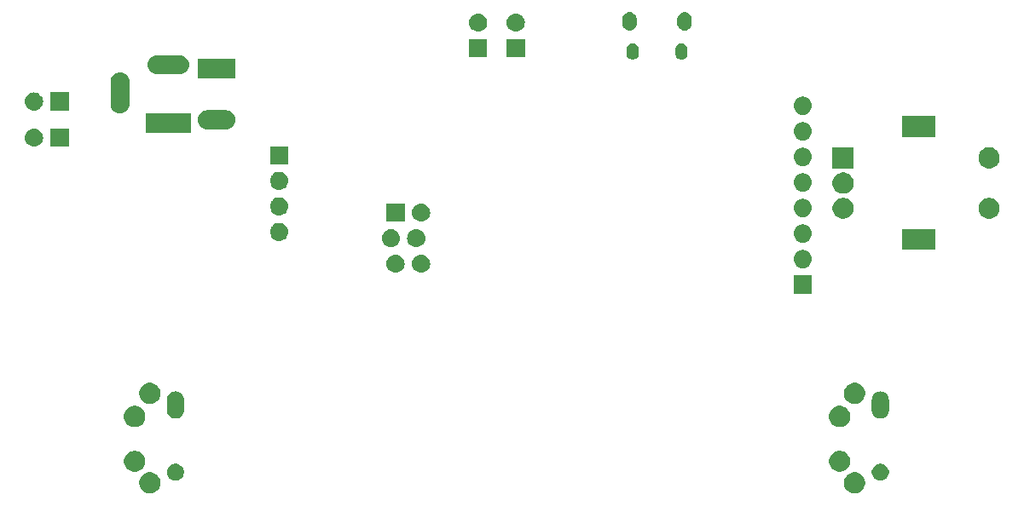
<source format=gbr>
G04 #@! TF.GenerationSoftware,KiCad,Pcbnew,(5.1.2)-1*
G04 #@! TF.CreationDate,2020-10-29T23:57:24+01:00*
G04 #@! TF.ProjectId,SolderingRT1,536f6c64-6572-4696-9e67-5254312e6b69,rev?*
G04 #@! TF.SameCoordinates,Original*
G04 #@! TF.FileFunction,Soldermask,Bot*
G04 #@! TF.FilePolarity,Negative*
%FSLAX46Y46*%
G04 Gerber Fmt 4.6, Leading zero omitted, Abs format (unit mm)*
G04 Created by KiCad (PCBNEW (5.1.2)-1) date 2020-10-29 23:57:24*
%MOMM*%
%LPD*%
G04 APERTURE LIST*
%ADD10C,0.100000*%
G04 APERTURE END LIST*
D10*
G36*
X183956564Y-146749389D02*
G01*
X184147833Y-146828615D01*
X184147835Y-146828616D01*
X184319973Y-146943635D01*
X184466365Y-147090027D01*
X184568232Y-147242481D01*
X184581385Y-147262167D01*
X184660611Y-147453436D01*
X184701000Y-147656484D01*
X184701000Y-147863516D01*
X184660611Y-148066564D01*
X184581385Y-148257833D01*
X184581384Y-148257835D01*
X184466365Y-148429973D01*
X184319973Y-148576365D01*
X184147835Y-148691384D01*
X184147834Y-148691385D01*
X184147833Y-148691385D01*
X183956564Y-148770611D01*
X183753516Y-148811000D01*
X183546484Y-148811000D01*
X183343436Y-148770611D01*
X183152167Y-148691385D01*
X183152166Y-148691385D01*
X183152165Y-148691384D01*
X182980027Y-148576365D01*
X182833635Y-148429973D01*
X182718616Y-148257835D01*
X182718615Y-148257833D01*
X182639389Y-148066564D01*
X182599000Y-147863516D01*
X182599000Y-147656484D01*
X182639389Y-147453436D01*
X182718615Y-147262167D01*
X182731769Y-147242481D01*
X182833635Y-147090027D01*
X182980027Y-146943635D01*
X183152165Y-146828616D01*
X183152167Y-146828615D01*
X183343436Y-146749389D01*
X183546484Y-146709000D01*
X183753516Y-146709000D01*
X183956564Y-146749389D01*
X183956564Y-146749389D01*
G37*
G36*
X113956564Y-146749389D02*
G01*
X114147833Y-146828615D01*
X114147835Y-146828616D01*
X114319973Y-146943635D01*
X114466365Y-147090027D01*
X114568232Y-147242481D01*
X114581385Y-147262167D01*
X114660611Y-147453436D01*
X114701000Y-147656484D01*
X114701000Y-147863516D01*
X114660611Y-148066564D01*
X114581385Y-148257833D01*
X114581384Y-148257835D01*
X114466365Y-148429973D01*
X114319973Y-148576365D01*
X114147835Y-148691384D01*
X114147834Y-148691385D01*
X114147833Y-148691385D01*
X113956564Y-148770611D01*
X113753516Y-148811000D01*
X113546484Y-148811000D01*
X113343436Y-148770611D01*
X113152167Y-148691385D01*
X113152166Y-148691385D01*
X113152165Y-148691384D01*
X112980027Y-148576365D01*
X112833635Y-148429973D01*
X112718616Y-148257835D01*
X112718615Y-148257833D01*
X112639389Y-148066564D01*
X112599000Y-147863516D01*
X112599000Y-147656484D01*
X112639389Y-147453436D01*
X112718615Y-147262167D01*
X112731769Y-147242481D01*
X112833635Y-147090027D01*
X112980027Y-146943635D01*
X113152165Y-146828616D01*
X113152167Y-146828615D01*
X113343436Y-146749389D01*
X113546484Y-146709000D01*
X113753516Y-146709000D01*
X113956564Y-146749389D01*
X113956564Y-146749389D01*
G37*
G36*
X186448228Y-145881703D02*
G01*
X186603100Y-145945853D01*
X186742481Y-146038985D01*
X186861015Y-146157519D01*
X186954147Y-146296900D01*
X187018297Y-146451772D01*
X187051000Y-146616184D01*
X187051000Y-146783816D01*
X187018297Y-146948228D01*
X186954147Y-147103100D01*
X186861015Y-147242481D01*
X186742481Y-147361015D01*
X186603100Y-147454147D01*
X186448228Y-147518297D01*
X186283816Y-147551000D01*
X186116184Y-147551000D01*
X185951772Y-147518297D01*
X185796900Y-147454147D01*
X185657519Y-147361015D01*
X185538985Y-147242481D01*
X185445853Y-147103100D01*
X185381703Y-146948228D01*
X185349000Y-146783816D01*
X185349000Y-146616184D01*
X185381703Y-146451772D01*
X185445853Y-146296900D01*
X185538985Y-146157519D01*
X185657519Y-146038985D01*
X185796900Y-145945853D01*
X185951772Y-145881703D01*
X186116184Y-145849000D01*
X186283816Y-145849000D01*
X186448228Y-145881703D01*
X186448228Y-145881703D01*
G37*
G36*
X116448228Y-145881703D02*
G01*
X116603100Y-145945853D01*
X116742481Y-146038985D01*
X116861015Y-146157519D01*
X116954147Y-146296900D01*
X117018297Y-146451772D01*
X117051000Y-146616184D01*
X117051000Y-146783816D01*
X117018297Y-146948228D01*
X116954147Y-147103100D01*
X116861015Y-147242481D01*
X116742481Y-147361015D01*
X116603100Y-147454147D01*
X116448228Y-147518297D01*
X116283816Y-147551000D01*
X116116184Y-147551000D01*
X115951772Y-147518297D01*
X115796900Y-147454147D01*
X115657519Y-147361015D01*
X115538985Y-147242481D01*
X115445853Y-147103100D01*
X115381703Y-146948228D01*
X115349000Y-146783816D01*
X115349000Y-146616184D01*
X115381703Y-146451772D01*
X115445853Y-146296900D01*
X115538985Y-146157519D01*
X115657519Y-146038985D01*
X115796900Y-145945853D01*
X115951772Y-145881703D01*
X116116184Y-145849000D01*
X116283816Y-145849000D01*
X116448228Y-145881703D01*
X116448228Y-145881703D01*
G37*
G36*
X182456564Y-144599389D02*
G01*
X182647833Y-144678615D01*
X182647835Y-144678616D01*
X182819973Y-144793635D01*
X182966365Y-144940027D01*
X183081385Y-145112167D01*
X183160611Y-145303436D01*
X183201000Y-145506484D01*
X183201000Y-145713516D01*
X183160611Y-145916564D01*
X183081385Y-146107833D01*
X183081384Y-146107835D01*
X182966365Y-146279973D01*
X182819973Y-146426365D01*
X182647835Y-146541384D01*
X182647834Y-146541385D01*
X182647833Y-146541385D01*
X182456564Y-146620611D01*
X182253516Y-146661000D01*
X182046484Y-146661000D01*
X181843436Y-146620611D01*
X181652167Y-146541385D01*
X181652166Y-146541385D01*
X181652165Y-146541384D01*
X181480027Y-146426365D01*
X181333635Y-146279973D01*
X181218616Y-146107835D01*
X181218615Y-146107833D01*
X181139389Y-145916564D01*
X181099000Y-145713516D01*
X181099000Y-145506484D01*
X181139389Y-145303436D01*
X181218615Y-145112167D01*
X181333635Y-144940027D01*
X181480027Y-144793635D01*
X181652165Y-144678616D01*
X181652167Y-144678615D01*
X181843436Y-144599389D01*
X182046484Y-144559000D01*
X182253516Y-144559000D01*
X182456564Y-144599389D01*
X182456564Y-144599389D01*
G37*
G36*
X112456564Y-144599389D02*
G01*
X112647833Y-144678615D01*
X112647835Y-144678616D01*
X112819973Y-144793635D01*
X112966365Y-144940027D01*
X113081385Y-145112167D01*
X113160611Y-145303436D01*
X113201000Y-145506484D01*
X113201000Y-145713516D01*
X113160611Y-145916564D01*
X113081385Y-146107833D01*
X113081384Y-146107835D01*
X112966365Y-146279973D01*
X112819973Y-146426365D01*
X112647835Y-146541384D01*
X112647834Y-146541385D01*
X112647833Y-146541385D01*
X112456564Y-146620611D01*
X112253516Y-146661000D01*
X112046484Y-146661000D01*
X111843436Y-146620611D01*
X111652167Y-146541385D01*
X111652166Y-146541385D01*
X111652165Y-146541384D01*
X111480027Y-146426365D01*
X111333635Y-146279973D01*
X111218616Y-146107835D01*
X111218615Y-146107833D01*
X111139389Y-145916564D01*
X111099000Y-145713516D01*
X111099000Y-145506484D01*
X111139389Y-145303436D01*
X111218615Y-145112167D01*
X111333635Y-144940027D01*
X111480027Y-144793635D01*
X111652165Y-144678616D01*
X111652167Y-144678615D01*
X111843436Y-144599389D01*
X112046484Y-144559000D01*
X112253516Y-144559000D01*
X112456564Y-144599389D01*
X112456564Y-144599389D01*
G37*
G36*
X182456564Y-140149389D02*
G01*
X182647833Y-140228615D01*
X182647835Y-140228616D01*
X182819973Y-140343635D01*
X182966365Y-140490027D01*
X183081385Y-140662167D01*
X183160611Y-140853436D01*
X183201000Y-141056484D01*
X183201000Y-141263516D01*
X183160611Y-141466564D01*
X183081385Y-141657833D01*
X183081384Y-141657835D01*
X182966365Y-141829973D01*
X182819973Y-141976365D01*
X182647835Y-142091384D01*
X182647834Y-142091385D01*
X182647833Y-142091385D01*
X182456564Y-142170611D01*
X182253516Y-142211000D01*
X182046484Y-142211000D01*
X181843436Y-142170611D01*
X181652167Y-142091385D01*
X181652166Y-142091385D01*
X181652165Y-142091384D01*
X181480027Y-141976365D01*
X181333635Y-141829973D01*
X181218616Y-141657835D01*
X181218615Y-141657833D01*
X181139389Y-141466564D01*
X181099000Y-141263516D01*
X181099000Y-141056484D01*
X181139389Y-140853436D01*
X181218615Y-140662167D01*
X181333635Y-140490027D01*
X181480027Y-140343635D01*
X181652165Y-140228616D01*
X181652167Y-140228615D01*
X181843436Y-140149389D01*
X182046484Y-140109000D01*
X182253516Y-140109000D01*
X182456564Y-140149389D01*
X182456564Y-140149389D01*
G37*
G36*
X112456564Y-140149389D02*
G01*
X112647833Y-140228615D01*
X112647835Y-140228616D01*
X112819973Y-140343635D01*
X112966365Y-140490027D01*
X113081385Y-140662167D01*
X113160611Y-140853436D01*
X113201000Y-141056484D01*
X113201000Y-141263516D01*
X113160611Y-141466564D01*
X113081385Y-141657833D01*
X113081384Y-141657835D01*
X112966365Y-141829973D01*
X112819973Y-141976365D01*
X112647835Y-142091384D01*
X112647834Y-142091385D01*
X112647833Y-142091385D01*
X112456564Y-142170611D01*
X112253516Y-142211000D01*
X112046484Y-142211000D01*
X111843436Y-142170611D01*
X111652167Y-142091385D01*
X111652166Y-142091385D01*
X111652165Y-142091384D01*
X111480027Y-141976365D01*
X111333635Y-141829973D01*
X111218616Y-141657835D01*
X111218615Y-141657833D01*
X111139389Y-141466564D01*
X111099000Y-141263516D01*
X111099000Y-141056484D01*
X111139389Y-140853436D01*
X111218615Y-140662167D01*
X111333635Y-140490027D01*
X111480027Y-140343635D01*
X111652165Y-140228616D01*
X111652167Y-140228615D01*
X111843436Y-140149389D01*
X112046484Y-140109000D01*
X112253516Y-140109000D01*
X112456564Y-140149389D01*
X112456564Y-140149389D01*
G37*
G36*
X116366822Y-138681313D02*
G01*
X116527241Y-138729976D01*
X116675077Y-138808995D01*
X116804659Y-138915341D01*
X116911004Y-139044922D01*
X116911005Y-139044924D01*
X116990024Y-139192758D01*
X117038687Y-139353177D01*
X117051000Y-139478196D01*
X117051000Y-140561803D01*
X117038687Y-140686823D01*
X116990024Y-140847242D01*
X116986713Y-140853436D01*
X116911004Y-140995078D01*
X116804659Y-141124659D01*
X116675078Y-141231004D01*
X116675076Y-141231005D01*
X116527242Y-141310024D01*
X116366823Y-141358687D01*
X116200000Y-141375117D01*
X116033178Y-141358687D01*
X115872759Y-141310024D01*
X115724925Y-141231005D01*
X115724923Y-141231004D01*
X115595342Y-141124659D01*
X115488997Y-140995078D01*
X115413288Y-140853436D01*
X115409977Y-140847242D01*
X115361314Y-140686823D01*
X115349001Y-140561804D01*
X115349000Y-139478197D01*
X115361313Y-139353178D01*
X115409976Y-139192759D01*
X115488995Y-139044923D01*
X115595341Y-138915341D01*
X115724922Y-138808996D01*
X115740094Y-138800886D01*
X115872758Y-138729976D01*
X116033177Y-138681313D01*
X116200000Y-138664883D01*
X116366822Y-138681313D01*
X116366822Y-138681313D01*
G37*
G36*
X186366822Y-138681313D02*
G01*
X186527241Y-138729976D01*
X186675077Y-138808995D01*
X186804659Y-138915341D01*
X186911004Y-139044922D01*
X186911005Y-139044924D01*
X186990024Y-139192758D01*
X187038687Y-139353177D01*
X187051000Y-139478196D01*
X187051000Y-140561803D01*
X187038687Y-140686823D01*
X186990024Y-140847242D01*
X186986713Y-140853436D01*
X186911004Y-140995078D01*
X186804659Y-141124659D01*
X186675078Y-141231004D01*
X186675076Y-141231005D01*
X186527242Y-141310024D01*
X186366823Y-141358687D01*
X186200000Y-141375117D01*
X186033178Y-141358687D01*
X185872759Y-141310024D01*
X185724925Y-141231005D01*
X185724923Y-141231004D01*
X185595342Y-141124659D01*
X185488997Y-140995078D01*
X185413288Y-140853436D01*
X185409977Y-140847242D01*
X185361314Y-140686823D01*
X185349001Y-140561804D01*
X185349000Y-139478197D01*
X185361313Y-139353178D01*
X185409976Y-139192759D01*
X185488995Y-139044923D01*
X185595341Y-138915341D01*
X185724922Y-138808996D01*
X185740094Y-138800886D01*
X185872758Y-138729976D01*
X186033177Y-138681313D01*
X186200000Y-138664883D01*
X186366822Y-138681313D01*
X186366822Y-138681313D01*
G37*
G36*
X183956564Y-137849389D02*
G01*
X184147833Y-137928615D01*
X184147835Y-137928616D01*
X184319973Y-138043635D01*
X184466365Y-138190027D01*
X184581385Y-138362167D01*
X184660611Y-138553436D01*
X184701000Y-138756484D01*
X184701000Y-138963516D01*
X184660611Y-139166564D01*
X184583313Y-139353178D01*
X184581384Y-139357835D01*
X184466365Y-139529973D01*
X184319973Y-139676365D01*
X184147835Y-139791384D01*
X184147834Y-139791385D01*
X184147833Y-139791385D01*
X183956564Y-139870611D01*
X183753516Y-139911000D01*
X183546484Y-139911000D01*
X183343436Y-139870611D01*
X183152167Y-139791385D01*
X183152166Y-139791385D01*
X183152165Y-139791384D01*
X182980027Y-139676365D01*
X182833635Y-139529973D01*
X182718616Y-139357835D01*
X182716687Y-139353178D01*
X182639389Y-139166564D01*
X182599000Y-138963516D01*
X182599000Y-138756484D01*
X182639389Y-138553436D01*
X182718615Y-138362167D01*
X182833635Y-138190027D01*
X182980027Y-138043635D01*
X183152165Y-137928616D01*
X183152167Y-137928615D01*
X183343436Y-137849389D01*
X183546484Y-137809000D01*
X183753516Y-137809000D01*
X183956564Y-137849389D01*
X183956564Y-137849389D01*
G37*
G36*
X113956564Y-137849389D02*
G01*
X114147833Y-137928615D01*
X114147835Y-137928616D01*
X114319973Y-138043635D01*
X114466365Y-138190027D01*
X114581385Y-138362167D01*
X114660611Y-138553436D01*
X114701000Y-138756484D01*
X114701000Y-138963516D01*
X114660611Y-139166564D01*
X114583313Y-139353178D01*
X114581384Y-139357835D01*
X114466365Y-139529973D01*
X114319973Y-139676365D01*
X114147835Y-139791384D01*
X114147834Y-139791385D01*
X114147833Y-139791385D01*
X113956564Y-139870611D01*
X113753516Y-139911000D01*
X113546484Y-139911000D01*
X113343436Y-139870611D01*
X113152167Y-139791385D01*
X113152166Y-139791385D01*
X113152165Y-139791384D01*
X112980027Y-139676365D01*
X112833635Y-139529973D01*
X112718616Y-139357835D01*
X112716687Y-139353178D01*
X112639389Y-139166564D01*
X112599000Y-138963516D01*
X112599000Y-138756484D01*
X112639389Y-138553436D01*
X112718615Y-138362167D01*
X112833635Y-138190027D01*
X112980027Y-138043635D01*
X113152165Y-137928616D01*
X113152167Y-137928615D01*
X113343436Y-137849389D01*
X113546484Y-137809000D01*
X113753516Y-137809000D01*
X113956564Y-137849389D01*
X113956564Y-137849389D01*
G37*
G36*
X179401000Y-128951000D02*
G01*
X177599000Y-128951000D01*
X177599000Y-127149000D01*
X179401000Y-127149000D01*
X179401000Y-128951000D01*
X179401000Y-128951000D01*
G37*
G36*
X140710443Y-125085519D02*
G01*
X140776627Y-125092037D01*
X140946466Y-125143557D01*
X141102991Y-125227222D01*
X141138729Y-125256552D01*
X141240186Y-125339814D01*
X141323448Y-125441271D01*
X141352778Y-125477009D01*
X141436443Y-125633534D01*
X141487963Y-125803373D01*
X141505359Y-125980000D01*
X141487963Y-126156627D01*
X141436443Y-126326466D01*
X141352778Y-126482991D01*
X141323448Y-126518729D01*
X141240186Y-126620186D01*
X141138729Y-126703448D01*
X141102991Y-126732778D01*
X140946466Y-126816443D01*
X140776627Y-126867963D01*
X140710443Y-126874481D01*
X140644260Y-126881000D01*
X140555740Y-126881000D01*
X140489557Y-126874481D01*
X140423373Y-126867963D01*
X140253534Y-126816443D01*
X140097009Y-126732778D01*
X140061271Y-126703448D01*
X139959814Y-126620186D01*
X139876552Y-126518729D01*
X139847222Y-126482991D01*
X139763557Y-126326466D01*
X139712037Y-126156627D01*
X139694641Y-125980000D01*
X139712037Y-125803373D01*
X139763557Y-125633534D01*
X139847222Y-125477009D01*
X139876552Y-125441271D01*
X139959814Y-125339814D01*
X140061271Y-125256552D01*
X140097009Y-125227222D01*
X140253534Y-125143557D01*
X140423373Y-125092037D01*
X140489557Y-125085519D01*
X140555740Y-125079000D01*
X140644260Y-125079000D01*
X140710443Y-125085519D01*
X140710443Y-125085519D01*
G37*
G36*
X138170443Y-125085519D02*
G01*
X138236627Y-125092037D01*
X138406466Y-125143557D01*
X138562991Y-125227222D01*
X138598729Y-125256552D01*
X138700186Y-125339814D01*
X138783448Y-125441271D01*
X138812778Y-125477009D01*
X138896443Y-125633534D01*
X138947963Y-125803373D01*
X138965359Y-125980000D01*
X138947963Y-126156627D01*
X138896443Y-126326466D01*
X138812778Y-126482991D01*
X138783448Y-126518729D01*
X138700186Y-126620186D01*
X138598729Y-126703448D01*
X138562991Y-126732778D01*
X138406466Y-126816443D01*
X138236627Y-126867963D01*
X138170443Y-126874481D01*
X138104260Y-126881000D01*
X138015740Y-126881000D01*
X137949557Y-126874481D01*
X137883373Y-126867963D01*
X137713534Y-126816443D01*
X137557009Y-126732778D01*
X137521271Y-126703448D01*
X137419814Y-126620186D01*
X137336552Y-126518729D01*
X137307222Y-126482991D01*
X137223557Y-126326466D01*
X137172037Y-126156627D01*
X137154641Y-125980000D01*
X137172037Y-125803373D01*
X137223557Y-125633534D01*
X137307222Y-125477009D01*
X137336552Y-125441271D01*
X137419814Y-125339814D01*
X137521271Y-125256552D01*
X137557009Y-125227222D01*
X137713534Y-125143557D01*
X137883373Y-125092037D01*
X137949557Y-125085519D01*
X138015740Y-125079000D01*
X138104260Y-125079000D01*
X138170443Y-125085519D01*
X138170443Y-125085519D01*
G37*
G36*
X178601269Y-124614615D02*
G01*
X178676627Y-124622037D01*
X178846466Y-124673557D01*
X179002991Y-124757222D01*
X179038729Y-124786552D01*
X179140186Y-124869814D01*
X179223448Y-124971271D01*
X179252778Y-125007009D01*
X179336443Y-125163534D01*
X179387963Y-125333373D01*
X179405359Y-125510000D01*
X179387963Y-125686627D01*
X179336443Y-125856466D01*
X179252778Y-126012991D01*
X179223448Y-126048729D01*
X179140186Y-126150186D01*
X179038729Y-126233448D01*
X179002991Y-126262778D01*
X178846466Y-126346443D01*
X178676627Y-126397963D01*
X178610443Y-126404481D01*
X178544260Y-126411000D01*
X178455740Y-126411000D01*
X178389557Y-126404481D01*
X178323373Y-126397963D01*
X178153534Y-126346443D01*
X177997009Y-126262778D01*
X177961271Y-126233448D01*
X177859814Y-126150186D01*
X177776552Y-126048729D01*
X177747222Y-126012991D01*
X177663557Y-125856466D01*
X177612037Y-125686627D01*
X177594641Y-125510000D01*
X177612037Y-125333373D01*
X177663557Y-125163534D01*
X177747222Y-125007009D01*
X177776552Y-124971271D01*
X177859814Y-124869814D01*
X177961271Y-124786552D01*
X177997009Y-124757222D01*
X178153534Y-124673557D01*
X178323373Y-124622037D01*
X178398731Y-124614615D01*
X178455740Y-124609000D01*
X178544260Y-124609000D01*
X178601269Y-124614615D01*
X178601269Y-124614615D01*
G37*
G36*
X191651000Y-124614615D02*
G01*
X188349000Y-124614615D01*
X188349000Y-122512615D01*
X191651000Y-122512615D01*
X191651000Y-124614615D01*
X191651000Y-124614615D01*
G37*
G36*
X140210443Y-122545519D02*
G01*
X140276627Y-122552037D01*
X140446466Y-122603557D01*
X140602991Y-122687222D01*
X140638729Y-122716552D01*
X140740186Y-122799814D01*
X140823448Y-122901271D01*
X140852778Y-122937009D01*
X140936443Y-123093534D01*
X140987963Y-123263373D01*
X141005359Y-123440000D01*
X140987963Y-123616627D01*
X140936443Y-123786466D01*
X140852778Y-123942991D01*
X140823448Y-123978729D01*
X140740186Y-124080186D01*
X140638729Y-124163448D01*
X140602991Y-124192778D01*
X140446466Y-124276443D01*
X140276627Y-124327963D01*
X140210442Y-124334482D01*
X140144260Y-124341000D01*
X140055740Y-124341000D01*
X139989558Y-124334482D01*
X139923373Y-124327963D01*
X139753534Y-124276443D01*
X139597009Y-124192778D01*
X139561271Y-124163448D01*
X139459814Y-124080186D01*
X139376552Y-123978729D01*
X139347222Y-123942991D01*
X139263557Y-123786466D01*
X139212037Y-123616627D01*
X139194641Y-123440000D01*
X139212037Y-123263373D01*
X139263557Y-123093534D01*
X139347222Y-122937009D01*
X139376552Y-122901271D01*
X139459814Y-122799814D01*
X139561271Y-122716552D01*
X139597009Y-122687222D01*
X139753534Y-122603557D01*
X139923373Y-122552037D01*
X139989557Y-122545519D01*
X140055740Y-122539000D01*
X140144260Y-122539000D01*
X140210443Y-122545519D01*
X140210443Y-122545519D01*
G37*
G36*
X137710443Y-122545519D02*
G01*
X137776627Y-122552037D01*
X137946466Y-122603557D01*
X138102991Y-122687222D01*
X138138729Y-122716552D01*
X138240186Y-122799814D01*
X138323448Y-122901271D01*
X138352778Y-122937009D01*
X138436443Y-123093534D01*
X138487963Y-123263373D01*
X138505359Y-123440000D01*
X138487963Y-123616627D01*
X138436443Y-123786466D01*
X138352778Y-123942991D01*
X138323448Y-123978729D01*
X138240186Y-124080186D01*
X138138729Y-124163448D01*
X138102991Y-124192778D01*
X137946466Y-124276443D01*
X137776627Y-124327963D01*
X137710442Y-124334482D01*
X137644260Y-124341000D01*
X137555740Y-124341000D01*
X137489558Y-124334482D01*
X137423373Y-124327963D01*
X137253534Y-124276443D01*
X137097009Y-124192778D01*
X137061271Y-124163448D01*
X136959814Y-124080186D01*
X136876552Y-123978729D01*
X136847222Y-123942991D01*
X136763557Y-123786466D01*
X136712037Y-123616627D01*
X136694641Y-123440000D01*
X136712037Y-123263373D01*
X136763557Y-123093534D01*
X136847222Y-122937009D01*
X136876552Y-122901271D01*
X136959814Y-122799814D01*
X137061271Y-122716552D01*
X137097009Y-122687222D01*
X137253534Y-122603557D01*
X137423373Y-122552037D01*
X137489557Y-122545519D01*
X137555740Y-122539000D01*
X137644260Y-122539000D01*
X137710443Y-122545519D01*
X137710443Y-122545519D01*
G37*
G36*
X178610442Y-122075518D02*
G01*
X178676627Y-122082037D01*
X178846466Y-122133557D01*
X179002991Y-122217222D01*
X179038729Y-122246552D01*
X179140186Y-122329814D01*
X179223448Y-122431271D01*
X179252778Y-122467009D01*
X179336443Y-122623534D01*
X179387963Y-122793373D01*
X179405359Y-122970000D01*
X179387963Y-123146627D01*
X179336443Y-123316466D01*
X179252778Y-123472991D01*
X179223448Y-123508729D01*
X179140186Y-123610186D01*
X179038729Y-123693448D01*
X179002991Y-123722778D01*
X178846466Y-123806443D01*
X178676627Y-123857963D01*
X178610442Y-123864482D01*
X178544260Y-123871000D01*
X178455740Y-123871000D01*
X178389558Y-123864482D01*
X178323373Y-123857963D01*
X178153534Y-123806443D01*
X177997009Y-123722778D01*
X177961271Y-123693448D01*
X177859814Y-123610186D01*
X177776552Y-123508729D01*
X177747222Y-123472991D01*
X177663557Y-123316466D01*
X177612037Y-123146627D01*
X177594641Y-122970000D01*
X177612037Y-122793373D01*
X177663557Y-122623534D01*
X177747222Y-122467009D01*
X177776552Y-122431271D01*
X177859814Y-122329814D01*
X177961271Y-122246552D01*
X177997009Y-122217222D01*
X178153534Y-122133557D01*
X178323373Y-122082037D01*
X178389558Y-122075518D01*
X178455740Y-122069000D01*
X178544260Y-122069000D01*
X178610442Y-122075518D01*
X178610442Y-122075518D01*
G37*
G36*
X126610443Y-121925519D02*
G01*
X126676627Y-121932037D01*
X126846466Y-121983557D01*
X127002991Y-122067222D01*
X127005157Y-122069000D01*
X127140186Y-122179814D01*
X127223448Y-122281271D01*
X127252778Y-122317009D01*
X127336443Y-122473534D01*
X127387963Y-122643373D01*
X127405359Y-122820000D01*
X127387963Y-122996627D01*
X127336443Y-123166466D01*
X127252778Y-123322991D01*
X127223448Y-123358729D01*
X127140186Y-123460186D01*
X127038729Y-123543448D01*
X127002991Y-123572778D01*
X126846466Y-123656443D01*
X126676627Y-123707963D01*
X126610443Y-123714481D01*
X126544260Y-123721000D01*
X126455740Y-123721000D01*
X126389557Y-123714481D01*
X126323373Y-123707963D01*
X126153534Y-123656443D01*
X125997009Y-123572778D01*
X125961271Y-123543448D01*
X125859814Y-123460186D01*
X125776552Y-123358729D01*
X125747222Y-123322991D01*
X125663557Y-123166466D01*
X125612037Y-122996627D01*
X125594641Y-122820000D01*
X125612037Y-122643373D01*
X125663557Y-122473534D01*
X125747222Y-122317009D01*
X125776552Y-122281271D01*
X125859814Y-122179814D01*
X125994843Y-122069000D01*
X125997009Y-122067222D01*
X126153534Y-121983557D01*
X126323373Y-121932037D01*
X126389557Y-121925519D01*
X126455740Y-121919000D01*
X126544260Y-121919000D01*
X126610443Y-121925519D01*
X126610443Y-121925519D01*
G37*
G36*
X138961000Y-121801000D02*
G01*
X137159000Y-121801000D01*
X137159000Y-119999000D01*
X138961000Y-119999000D01*
X138961000Y-121801000D01*
X138961000Y-121801000D01*
G37*
G36*
X140710442Y-120005518D02*
G01*
X140776627Y-120012037D01*
X140946466Y-120063557D01*
X141102991Y-120147222D01*
X141138729Y-120176552D01*
X141240186Y-120259814D01*
X141322487Y-120360099D01*
X141352778Y-120397009D01*
X141436443Y-120553534D01*
X141487963Y-120723373D01*
X141505359Y-120900000D01*
X141487963Y-121076627D01*
X141436443Y-121246466D01*
X141352778Y-121402991D01*
X141323448Y-121438729D01*
X141240186Y-121540186D01*
X141138729Y-121623448D01*
X141102991Y-121652778D01*
X140946466Y-121736443D01*
X140776627Y-121787963D01*
X140710443Y-121794481D01*
X140644260Y-121801000D01*
X140555740Y-121801000D01*
X140489557Y-121794481D01*
X140423373Y-121787963D01*
X140253534Y-121736443D01*
X140097009Y-121652778D01*
X140061271Y-121623448D01*
X139959814Y-121540186D01*
X139876552Y-121438729D01*
X139847222Y-121402991D01*
X139763557Y-121246466D01*
X139712037Y-121076627D01*
X139694641Y-120900000D01*
X139712037Y-120723373D01*
X139763557Y-120553534D01*
X139847222Y-120397009D01*
X139877513Y-120360099D01*
X139959814Y-120259814D01*
X140061271Y-120176552D01*
X140097009Y-120147222D01*
X140253534Y-120063557D01*
X140423373Y-120012037D01*
X140489558Y-120005518D01*
X140555740Y-119999000D01*
X140644260Y-119999000D01*
X140710442Y-120005518D01*
X140710442Y-120005518D01*
G37*
G36*
X182806564Y-119453004D02*
G01*
X182990035Y-119529000D01*
X182997835Y-119532231D01*
X183169973Y-119647250D01*
X183316365Y-119793642D01*
X183409837Y-119933532D01*
X183431385Y-119965782D01*
X183510611Y-120157051D01*
X183551000Y-120360099D01*
X183551000Y-120567131D01*
X183510611Y-120770179D01*
X183448476Y-120920186D01*
X183431384Y-120961450D01*
X183316365Y-121133588D01*
X183169973Y-121279980D01*
X182997835Y-121394999D01*
X182997834Y-121395000D01*
X182997833Y-121395000D01*
X182806564Y-121474226D01*
X182603516Y-121514615D01*
X182396484Y-121514615D01*
X182193436Y-121474226D01*
X182002167Y-121395000D01*
X182002166Y-121395000D01*
X182002165Y-121394999D01*
X181830027Y-121279980D01*
X181683635Y-121133588D01*
X181568616Y-120961450D01*
X181551524Y-120920186D01*
X181489389Y-120770179D01*
X181449000Y-120567131D01*
X181449000Y-120360099D01*
X181489389Y-120157051D01*
X181568615Y-119965782D01*
X181590164Y-119933532D01*
X181683635Y-119793642D01*
X181830027Y-119647250D01*
X182002165Y-119532231D01*
X182009965Y-119529000D01*
X182193436Y-119453004D01*
X182396484Y-119412615D01*
X182603516Y-119412615D01*
X182806564Y-119453004D01*
X182806564Y-119453004D01*
G37*
G36*
X197306564Y-119453004D02*
G01*
X197490035Y-119529000D01*
X197497835Y-119532231D01*
X197669973Y-119647250D01*
X197816365Y-119793642D01*
X197909837Y-119933532D01*
X197931385Y-119965782D01*
X198010611Y-120157051D01*
X198051000Y-120360099D01*
X198051000Y-120567131D01*
X198010611Y-120770179D01*
X197948476Y-120920186D01*
X197931384Y-120961450D01*
X197816365Y-121133588D01*
X197669973Y-121279980D01*
X197497835Y-121394999D01*
X197497834Y-121395000D01*
X197497833Y-121395000D01*
X197306564Y-121474226D01*
X197103516Y-121514615D01*
X196896484Y-121514615D01*
X196693436Y-121474226D01*
X196502167Y-121395000D01*
X196502166Y-121395000D01*
X196502165Y-121394999D01*
X196330027Y-121279980D01*
X196183635Y-121133588D01*
X196068616Y-120961450D01*
X196051524Y-120920186D01*
X195989389Y-120770179D01*
X195949000Y-120567131D01*
X195949000Y-120360099D01*
X195989389Y-120157051D01*
X196068615Y-119965782D01*
X196090164Y-119933532D01*
X196183635Y-119793642D01*
X196330027Y-119647250D01*
X196502165Y-119532231D01*
X196509965Y-119529000D01*
X196693436Y-119453004D01*
X196896484Y-119412615D01*
X197103516Y-119412615D01*
X197306564Y-119453004D01*
X197306564Y-119453004D01*
G37*
G36*
X178610443Y-119535519D02*
G01*
X178676627Y-119542037D01*
X178846466Y-119593557D01*
X179002991Y-119677222D01*
X179038729Y-119706552D01*
X179140186Y-119789814D01*
X179223448Y-119891271D01*
X179252778Y-119927009D01*
X179336443Y-120083534D01*
X179387963Y-120253373D01*
X179405359Y-120430000D01*
X179387963Y-120606627D01*
X179336443Y-120776466D01*
X179252778Y-120932991D01*
X179229424Y-120961448D01*
X179140186Y-121070186D01*
X179062929Y-121133588D01*
X179002991Y-121182778D01*
X178846466Y-121266443D01*
X178676627Y-121317963D01*
X178610443Y-121324481D01*
X178544260Y-121331000D01*
X178455740Y-121331000D01*
X178389557Y-121324481D01*
X178323373Y-121317963D01*
X178153534Y-121266443D01*
X177997009Y-121182778D01*
X177937071Y-121133588D01*
X177859814Y-121070186D01*
X177770576Y-120961448D01*
X177747222Y-120932991D01*
X177663557Y-120776466D01*
X177612037Y-120606627D01*
X177594641Y-120430000D01*
X177612037Y-120253373D01*
X177663557Y-120083534D01*
X177747222Y-119927009D01*
X177776552Y-119891271D01*
X177859814Y-119789814D01*
X177961271Y-119706552D01*
X177997009Y-119677222D01*
X178153534Y-119593557D01*
X178323373Y-119542037D01*
X178389557Y-119535519D01*
X178455740Y-119529000D01*
X178544260Y-119529000D01*
X178610443Y-119535519D01*
X178610443Y-119535519D01*
G37*
G36*
X126610443Y-119385519D02*
G01*
X126676627Y-119392037D01*
X126846466Y-119443557D01*
X127002991Y-119527222D01*
X127005157Y-119529000D01*
X127140186Y-119639814D01*
X127223448Y-119741271D01*
X127252778Y-119777009D01*
X127336443Y-119933534D01*
X127387963Y-120103373D01*
X127405359Y-120280000D01*
X127387963Y-120456627D01*
X127336443Y-120626466D01*
X127252778Y-120782991D01*
X127223448Y-120818729D01*
X127140186Y-120920186D01*
X127038729Y-121003448D01*
X127002991Y-121032778D01*
X126846466Y-121116443D01*
X126676627Y-121167963D01*
X126610443Y-121174481D01*
X126544260Y-121181000D01*
X126455740Y-121181000D01*
X126389557Y-121174481D01*
X126323373Y-121167963D01*
X126153534Y-121116443D01*
X125997009Y-121032778D01*
X125961271Y-121003448D01*
X125859814Y-120920186D01*
X125776552Y-120818729D01*
X125747222Y-120782991D01*
X125663557Y-120626466D01*
X125612037Y-120456627D01*
X125594641Y-120280000D01*
X125612037Y-120103373D01*
X125663557Y-119933534D01*
X125747222Y-119777009D01*
X125776552Y-119741271D01*
X125859814Y-119639814D01*
X125994843Y-119529000D01*
X125997009Y-119527222D01*
X126153534Y-119443557D01*
X126323373Y-119392037D01*
X126389557Y-119385519D01*
X126455740Y-119379000D01*
X126544260Y-119379000D01*
X126610443Y-119385519D01*
X126610443Y-119385519D01*
G37*
G36*
X182806564Y-116953004D02*
G01*
X182924940Y-117002037D01*
X182997835Y-117032231D01*
X183154964Y-117137221D01*
X183169973Y-117147250D01*
X183316365Y-117293642D01*
X183431385Y-117465782D01*
X183510611Y-117657051D01*
X183551000Y-117860099D01*
X183551000Y-118067131D01*
X183510611Y-118270179D01*
X183431385Y-118461448D01*
X183431384Y-118461450D01*
X183316365Y-118633588D01*
X183169973Y-118779980D01*
X182997835Y-118894999D01*
X182997834Y-118895000D01*
X182997833Y-118895000D01*
X182806564Y-118974226D01*
X182603516Y-119014615D01*
X182396484Y-119014615D01*
X182193436Y-118974226D01*
X182002167Y-118895000D01*
X182002166Y-118895000D01*
X182002165Y-118894999D01*
X181830027Y-118779980D01*
X181683635Y-118633588D01*
X181568616Y-118461450D01*
X181568615Y-118461448D01*
X181489389Y-118270179D01*
X181449000Y-118067131D01*
X181449000Y-117860099D01*
X181489389Y-117657051D01*
X181568615Y-117465782D01*
X181683635Y-117293642D01*
X181830027Y-117147250D01*
X181845036Y-117137221D01*
X182002165Y-117032231D01*
X182075060Y-117002037D01*
X182193436Y-116953004D01*
X182396484Y-116912615D01*
X182603516Y-116912615D01*
X182806564Y-116953004D01*
X182806564Y-116953004D01*
G37*
G36*
X178610442Y-116995518D02*
G01*
X178676627Y-117002037D01*
X178846466Y-117053557D01*
X179002991Y-117137222D01*
X179015210Y-117147250D01*
X179140186Y-117249814D01*
X179223448Y-117351271D01*
X179252778Y-117387009D01*
X179336443Y-117543534D01*
X179387963Y-117713373D01*
X179405359Y-117890000D01*
X179387963Y-118066627D01*
X179336443Y-118236466D01*
X179252778Y-118392991D01*
X179223448Y-118428729D01*
X179140186Y-118530186D01*
X179038729Y-118613448D01*
X179002991Y-118642778D01*
X178846466Y-118726443D01*
X178676627Y-118777963D01*
X178610442Y-118784482D01*
X178544260Y-118791000D01*
X178455740Y-118791000D01*
X178389558Y-118784482D01*
X178323373Y-118777963D01*
X178153534Y-118726443D01*
X177997009Y-118642778D01*
X177961271Y-118613448D01*
X177859814Y-118530186D01*
X177776552Y-118428729D01*
X177747222Y-118392991D01*
X177663557Y-118236466D01*
X177612037Y-118066627D01*
X177594641Y-117890000D01*
X177612037Y-117713373D01*
X177663557Y-117543534D01*
X177747222Y-117387009D01*
X177776552Y-117351271D01*
X177859814Y-117249814D01*
X177984790Y-117147250D01*
X177997009Y-117137222D01*
X178153534Y-117053557D01*
X178323373Y-117002037D01*
X178389558Y-116995518D01*
X178455740Y-116989000D01*
X178544260Y-116989000D01*
X178610442Y-116995518D01*
X178610442Y-116995518D01*
G37*
G36*
X126610443Y-116845519D02*
G01*
X126676627Y-116852037D01*
X126846466Y-116903557D01*
X127002991Y-116987222D01*
X127005157Y-116989000D01*
X127140186Y-117099814D01*
X127223448Y-117201271D01*
X127252778Y-117237009D01*
X127336443Y-117393534D01*
X127387963Y-117563373D01*
X127405359Y-117740000D01*
X127387963Y-117916627D01*
X127336443Y-118086466D01*
X127252778Y-118242991D01*
X127230465Y-118270179D01*
X127140186Y-118380186D01*
X127041166Y-118461448D01*
X127002991Y-118492778D01*
X126846466Y-118576443D01*
X126676627Y-118627963D01*
X126610443Y-118634481D01*
X126544260Y-118641000D01*
X126455740Y-118641000D01*
X126389557Y-118634481D01*
X126323373Y-118627963D01*
X126153534Y-118576443D01*
X125997009Y-118492778D01*
X125958834Y-118461448D01*
X125859814Y-118380186D01*
X125769535Y-118270179D01*
X125747222Y-118242991D01*
X125663557Y-118086466D01*
X125612037Y-117916627D01*
X125594641Y-117740000D01*
X125612037Y-117563373D01*
X125663557Y-117393534D01*
X125747222Y-117237009D01*
X125776552Y-117201271D01*
X125859814Y-117099814D01*
X125994843Y-116989000D01*
X125997009Y-116987222D01*
X126153534Y-116903557D01*
X126323373Y-116852037D01*
X126389557Y-116845519D01*
X126455740Y-116839000D01*
X126544260Y-116839000D01*
X126610443Y-116845519D01*
X126610443Y-116845519D01*
G37*
G36*
X183551000Y-116514615D02*
G01*
X181449000Y-116514615D01*
X181449000Y-114412615D01*
X183551000Y-114412615D01*
X183551000Y-116514615D01*
X183551000Y-116514615D01*
G37*
G36*
X197306564Y-114453004D02*
G01*
X197497833Y-114532230D01*
X197497835Y-114532231D01*
X197595099Y-114597221D01*
X197669973Y-114647250D01*
X197816365Y-114793642D01*
X197931385Y-114965782D01*
X198010611Y-115157051D01*
X198051000Y-115360099D01*
X198051000Y-115567131D01*
X198010611Y-115770179D01*
X197976310Y-115852989D01*
X197931384Y-115961450D01*
X197816365Y-116133588D01*
X197669973Y-116279980D01*
X197497835Y-116394999D01*
X197497834Y-116395000D01*
X197497833Y-116395000D01*
X197306564Y-116474226D01*
X197103516Y-116514615D01*
X196896484Y-116514615D01*
X196693436Y-116474226D01*
X196502167Y-116395000D01*
X196502166Y-116395000D01*
X196502165Y-116394999D01*
X196330027Y-116279980D01*
X196183635Y-116133588D01*
X196068616Y-115961450D01*
X196023690Y-115852989D01*
X195989389Y-115770179D01*
X195949000Y-115567131D01*
X195949000Y-115360099D01*
X195989389Y-115157051D01*
X196068615Y-114965782D01*
X196183635Y-114793642D01*
X196330027Y-114647250D01*
X196404901Y-114597221D01*
X196502165Y-114532231D01*
X196502167Y-114532230D01*
X196693436Y-114453004D01*
X196896484Y-114412615D01*
X197103516Y-114412615D01*
X197306564Y-114453004D01*
X197306564Y-114453004D01*
G37*
G36*
X178610442Y-114455518D02*
G01*
X178676627Y-114462037D01*
X178846466Y-114513557D01*
X178846468Y-114513558D01*
X178881402Y-114532231D01*
X179002991Y-114597222D01*
X179038729Y-114626552D01*
X179140186Y-114709814D01*
X179208981Y-114793642D01*
X179252778Y-114847009D01*
X179336443Y-115003534D01*
X179387963Y-115173373D01*
X179405359Y-115350000D01*
X179387963Y-115526627D01*
X179336443Y-115696466D01*
X179252778Y-115852991D01*
X179223448Y-115888729D01*
X179140186Y-115990186D01*
X179038729Y-116073448D01*
X179002991Y-116102778D01*
X178846466Y-116186443D01*
X178676627Y-116237963D01*
X178610442Y-116244482D01*
X178544260Y-116251000D01*
X178455740Y-116251000D01*
X178389558Y-116244482D01*
X178323373Y-116237963D01*
X178153534Y-116186443D01*
X177997009Y-116102778D01*
X177961271Y-116073448D01*
X177859814Y-115990186D01*
X177776552Y-115888729D01*
X177747222Y-115852991D01*
X177663557Y-115696466D01*
X177612037Y-115526627D01*
X177594641Y-115350000D01*
X177612037Y-115173373D01*
X177663557Y-115003534D01*
X177747222Y-114847009D01*
X177791019Y-114793642D01*
X177859814Y-114709814D01*
X177961271Y-114626552D01*
X177997009Y-114597222D01*
X178118598Y-114532231D01*
X178153532Y-114513558D01*
X178153534Y-114513557D01*
X178323373Y-114462037D01*
X178389558Y-114455518D01*
X178455740Y-114449000D01*
X178544260Y-114449000D01*
X178610442Y-114455518D01*
X178610442Y-114455518D01*
G37*
G36*
X127401000Y-116101000D02*
G01*
X125599000Y-116101000D01*
X125599000Y-114299000D01*
X127401000Y-114299000D01*
X127401000Y-116101000D01*
X127401000Y-116101000D01*
G37*
G36*
X105601000Y-114351000D02*
G01*
X103799000Y-114351000D01*
X103799000Y-112549000D01*
X105601000Y-112549000D01*
X105601000Y-114351000D01*
X105601000Y-114351000D01*
G37*
G36*
X102270443Y-112555519D02*
G01*
X102336627Y-112562037D01*
X102506466Y-112613557D01*
X102506468Y-112613558D01*
X102513356Y-112617240D01*
X102662991Y-112697222D01*
X102698729Y-112726552D01*
X102800186Y-112809814D01*
X102883448Y-112911271D01*
X102912778Y-112947009D01*
X102996443Y-113103534D01*
X103047963Y-113273373D01*
X103065359Y-113450000D01*
X103047963Y-113626627D01*
X102996443Y-113796466D01*
X102912778Y-113952991D01*
X102883448Y-113988729D01*
X102800186Y-114090186D01*
X102698729Y-114173448D01*
X102662991Y-114202778D01*
X102506466Y-114286443D01*
X102336627Y-114337963D01*
X102270442Y-114344482D01*
X102204260Y-114351000D01*
X102115740Y-114351000D01*
X102049558Y-114344482D01*
X101983373Y-114337963D01*
X101813534Y-114286443D01*
X101657009Y-114202778D01*
X101621271Y-114173448D01*
X101519814Y-114090186D01*
X101436552Y-113988729D01*
X101407222Y-113952991D01*
X101323557Y-113796466D01*
X101272037Y-113626627D01*
X101254641Y-113450000D01*
X101272037Y-113273373D01*
X101323557Y-113103534D01*
X101407222Y-112947009D01*
X101436552Y-112911271D01*
X101519814Y-112809814D01*
X101621271Y-112726552D01*
X101657009Y-112697222D01*
X101806644Y-112617240D01*
X101813532Y-112613558D01*
X101813534Y-112613557D01*
X101983373Y-112562037D01*
X102049557Y-112555519D01*
X102115740Y-112549000D01*
X102204260Y-112549000D01*
X102270443Y-112555519D01*
X102270443Y-112555519D01*
G37*
G36*
X178610443Y-111915519D02*
G01*
X178676627Y-111922037D01*
X178846466Y-111973557D01*
X179002991Y-112057222D01*
X179038729Y-112086552D01*
X179140186Y-112169814D01*
X179223448Y-112271271D01*
X179252778Y-112307009D01*
X179336443Y-112463534D01*
X179387963Y-112633373D01*
X179405359Y-112810000D01*
X179387963Y-112986627D01*
X179336443Y-113156466D01*
X179252778Y-113312991D01*
X179223448Y-113348729D01*
X179140186Y-113450186D01*
X179038729Y-113533448D01*
X179002991Y-113562778D01*
X178846466Y-113646443D01*
X178676627Y-113697963D01*
X178610442Y-113704482D01*
X178544260Y-113711000D01*
X178455740Y-113711000D01*
X178389558Y-113704482D01*
X178323373Y-113697963D01*
X178153534Y-113646443D01*
X177997009Y-113562778D01*
X177961271Y-113533448D01*
X177859814Y-113450186D01*
X177776552Y-113348729D01*
X177747222Y-113312991D01*
X177663557Y-113156466D01*
X177612037Y-112986627D01*
X177594641Y-112810000D01*
X177612037Y-112633373D01*
X177663557Y-112463534D01*
X177747222Y-112307009D01*
X177776552Y-112271271D01*
X177859814Y-112169814D01*
X177961271Y-112086552D01*
X177997009Y-112057222D01*
X178153534Y-111973557D01*
X178323373Y-111922037D01*
X178389557Y-111915519D01*
X178455740Y-111909000D01*
X178544260Y-111909000D01*
X178610443Y-111915519D01*
X178610443Y-111915519D01*
G37*
G36*
X191651000Y-113414615D02*
G01*
X188349000Y-113414615D01*
X188349000Y-111312615D01*
X191651000Y-111312615D01*
X191651000Y-113414615D01*
X191651000Y-113414615D01*
G37*
G36*
X117751000Y-112951000D02*
G01*
X113249000Y-112951000D01*
X113249000Y-111049000D01*
X117751000Y-111049000D01*
X117751000Y-112951000D01*
X117751000Y-112951000D01*
G37*
G36*
X121386425Y-110742760D02*
G01*
X121386428Y-110742761D01*
X121386429Y-110742761D01*
X121565693Y-110797140D01*
X121565696Y-110797142D01*
X121565697Y-110797142D01*
X121730903Y-110885446D01*
X121875712Y-111004288D01*
X121994554Y-111149097D01*
X122081956Y-111312615D01*
X122082860Y-111314307D01*
X122137239Y-111493571D01*
X122137240Y-111493575D01*
X122155601Y-111680000D01*
X122137240Y-111866425D01*
X122137239Y-111866428D01*
X122137239Y-111866429D01*
X122082860Y-112045693D01*
X122082858Y-112045696D01*
X122082858Y-112045697D01*
X121994554Y-112210903D01*
X121875712Y-112355712D01*
X121730903Y-112474554D01*
X121567233Y-112562037D01*
X121565693Y-112562860D01*
X121386429Y-112617239D01*
X121386428Y-112617239D01*
X121386425Y-112617240D01*
X121246718Y-112631000D01*
X119353282Y-112631000D01*
X119213575Y-112617240D01*
X119213572Y-112617239D01*
X119213571Y-112617239D01*
X119034307Y-112562860D01*
X119032767Y-112562037D01*
X118869097Y-112474554D01*
X118724288Y-112355712D01*
X118605446Y-112210903D01*
X118517142Y-112045697D01*
X118517142Y-112045696D01*
X118517140Y-112045693D01*
X118462761Y-111866429D01*
X118462761Y-111866428D01*
X118462760Y-111866425D01*
X118444399Y-111680000D01*
X118462760Y-111493575D01*
X118462761Y-111493571D01*
X118517140Y-111314307D01*
X118518044Y-111312615D01*
X118605446Y-111149097D01*
X118724288Y-111004288D01*
X118869097Y-110885446D01*
X119034303Y-110797142D01*
X119034304Y-110797142D01*
X119034307Y-110797140D01*
X119213571Y-110742761D01*
X119213572Y-110742761D01*
X119213575Y-110742760D01*
X119353282Y-110729000D01*
X121246718Y-110729000D01*
X121386425Y-110742760D01*
X121386425Y-110742760D01*
G37*
G36*
X178610443Y-109375519D02*
G01*
X178676627Y-109382037D01*
X178846466Y-109433557D01*
X179002991Y-109517222D01*
X179038729Y-109546552D01*
X179140186Y-109629814D01*
X179223448Y-109731271D01*
X179252778Y-109767009D01*
X179336443Y-109923534D01*
X179387963Y-110093373D01*
X179405359Y-110270000D01*
X179387963Y-110446627D01*
X179336443Y-110616466D01*
X179252778Y-110772991D01*
X179223448Y-110808729D01*
X179140186Y-110910186D01*
X179051631Y-110982860D01*
X179002991Y-111022778D01*
X178846466Y-111106443D01*
X178676627Y-111157963D01*
X178610443Y-111164481D01*
X178544260Y-111171000D01*
X178455740Y-111171000D01*
X178389557Y-111164481D01*
X178323373Y-111157963D01*
X178153534Y-111106443D01*
X177997009Y-111022778D01*
X177948369Y-110982860D01*
X177859814Y-110910186D01*
X177776552Y-110808729D01*
X177747222Y-110772991D01*
X177663557Y-110616466D01*
X177612037Y-110446627D01*
X177594641Y-110270000D01*
X177612037Y-110093373D01*
X177663557Y-109923534D01*
X177747222Y-109767009D01*
X177776552Y-109731271D01*
X177859814Y-109629814D01*
X177961271Y-109546552D01*
X177997009Y-109517222D01*
X178153534Y-109433557D01*
X178323373Y-109382037D01*
X178389557Y-109375519D01*
X178455740Y-109369000D01*
X178544260Y-109369000D01*
X178610443Y-109375519D01*
X178610443Y-109375519D01*
G37*
G36*
X110886425Y-106962760D02*
G01*
X110886428Y-106962761D01*
X110886429Y-106962761D01*
X111065693Y-107017140D01*
X111065696Y-107017142D01*
X111065697Y-107017142D01*
X111230903Y-107105446D01*
X111375712Y-107224288D01*
X111494554Y-107369097D01*
X111582858Y-107534303D01*
X111582860Y-107534307D01*
X111637239Y-107713571D01*
X111637240Y-107713575D01*
X111651000Y-107853282D01*
X111651000Y-110146718D01*
X111637240Y-110286425D01*
X111637239Y-110286428D01*
X111637239Y-110286429D01*
X111582860Y-110465693D01*
X111582858Y-110465696D01*
X111582858Y-110465697D01*
X111494554Y-110630903D01*
X111375712Y-110775712D01*
X111230903Y-110894554D01*
X111065696Y-110982858D01*
X111065692Y-110982860D01*
X110886428Y-111037239D01*
X110886427Y-111037239D01*
X110886424Y-111037240D01*
X110700000Y-111055601D01*
X110513575Y-111037240D01*
X110513572Y-111037239D01*
X110513571Y-111037239D01*
X110334307Y-110982860D01*
X110334303Y-110982858D01*
X110169097Y-110894554D01*
X110024288Y-110775712D01*
X109905446Y-110630903D01*
X109817142Y-110465696D01*
X109817141Y-110465693D01*
X109817140Y-110465692D01*
X109762761Y-110286428D01*
X109762761Y-110286427D01*
X109762760Y-110286424D01*
X109749000Y-110146717D01*
X109749001Y-107853282D01*
X109762761Y-107713575D01*
X109762762Y-107713571D01*
X109817141Y-107534307D01*
X109817143Y-107534303D01*
X109905447Y-107369097D01*
X110024289Y-107224288D01*
X110169098Y-107105446D01*
X110334304Y-107017142D01*
X110334305Y-107017142D01*
X110334308Y-107017140D01*
X110513572Y-106962761D01*
X110513573Y-106962761D01*
X110513576Y-106962760D01*
X110700000Y-106944399D01*
X110886425Y-106962760D01*
X110886425Y-106962760D01*
G37*
G36*
X105601000Y-110751000D02*
G01*
X103799000Y-110751000D01*
X103799000Y-108949000D01*
X105601000Y-108949000D01*
X105601000Y-110751000D01*
X105601000Y-110751000D01*
G37*
G36*
X102270442Y-108955518D02*
G01*
X102336627Y-108962037D01*
X102506466Y-109013557D01*
X102662991Y-109097222D01*
X102698729Y-109126552D01*
X102800186Y-109209814D01*
X102883448Y-109311271D01*
X102912778Y-109347009D01*
X102996443Y-109503534D01*
X103047963Y-109673373D01*
X103065359Y-109850000D01*
X103047963Y-110026627D01*
X102996443Y-110196466D01*
X102912778Y-110352991D01*
X102883448Y-110388729D01*
X102800186Y-110490186D01*
X102698729Y-110573448D01*
X102662991Y-110602778D01*
X102506466Y-110686443D01*
X102336627Y-110737963D01*
X102287921Y-110742760D01*
X102204260Y-110751000D01*
X102115740Y-110751000D01*
X102032079Y-110742760D01*
X101983373Y-110737963D01*
X101813534Y-110686443D01*
X101657009Y-110602778D01*
X101621271Y-110573448D01*
X101519814Y-110490186D01*
X101436552Y-110388729D01*
X101407222Y-110352991D01*
X101323557Y-110196466D01*
X101272037Y-110026627D01*
X101254641Y-109850000D01*
X101272037Y-109673373D01*
X101323557Y-109503534D01*
X101407222Y-109347009D01*
X101436552Y-109311271D01*
X101519814Y-109209814D01*
X101621271Y-109126552D01*
X101657009Y-109097222D01*
X101813534Y-109013557D01*
X101983373Y-108962037D01*
X102049558Y-108955518D01*
X102115740Y-108949000D01*
X102204260Y-108949000D01*
X102270442Y-108955518D01*
X102270442Y-108955518D01*
G37*
G36*
X122151000Y-107551000D02*
G01*
X118449000Y-107551000D01*
X118449000Y-105649000D01*
X122151000Y-105649000D01*
X122151000Y-107551000D01*
X122151000Y-107551000D01*
G37*
G36*
X116786425Y-105262760D02*
G01*
X116786428Y-105262761D01*
X116786429Y-105262761D01*
X116965693Y-105317140D01*
X116965696Y-105317142D01*
X116965697Y-105317142D01*
X117130903Y-105405446D01*
X117275712Y-105524288D01*
X117394554Y-105669097D01*
X117482858Y-105834303D01*
X117482860Y-105834307D01*
X117537239Y-106013571D01*
X117537240Y-106013575D01*
X117555601Y-106200000D01*
X117537240Y-106386425D01*
X117537239Y-106386428D01*
X117537239Y-106386429D01*
X117482860Y-106565693D01*
X117482858Y-106565696D01*
X117482858Y-106565697D01*
X117394554Y-106730903D01*
X117275712Y-106875712D01*
X117130903Y-106994554D01*
X116965697Y-107082858D01*
X116965693Y-107082860D01*
X116786429Y-107137239D01*
X116786428Y-107137239D01*
X116786425Y-107137240D01*
X116646718Y-107151000D01*
X114353282Y-107151000D01*
X114213575Y-107137240D01*
X114213572Y-107137239D01*
X114213571Y-107137239D01*
X114034307Y-107082860D01*
X114034303Y-107082858D01*
X113869097Y-106994554D01*
X113724288Y-106875712D01*
X113605446Y-106730903D01*
X113517142Y-106565697D01*
X113517142Y-106565696D01*
X113517140Y-106565693D01*
X113462761Y-106386429D01*
X113462761Y-106386428D01*
X113462760Y-106386425D01*
X113444399Y-106200000D01*
X113462760Y-106013575D01*
X113462761Y-106013571D01*
X113517140Y-105834307D01*
X113517142Y-105834303D01*
X113605446Y-105669097D01*
X113724288Y-105524288D01*
X113869097Y-105405446D01*
X114034303Y-105317142D01*
X114034304Y-105317142D01*
X114034307Y-105317140D01*
X114213571Y-105262761D01*
X114213572Y-105262761D01*
X114213575Y-105262760D01*
X114353282Y-105249000D01*
X116646718Y-105249000D01*
X116786425Y-105262760D01*
X116786425Y-105262760D01*
G37*
G36*
X161722818Y-104092696D02*
G01*
X161836105Y-104127062D01*
X161940512Y-104182869D01*
X162032027Y-104257973D01*
X162107131Y-104349488D01*
X162162938Y-104453895D01*
X162197304Y-104567182D01*
X162206000Y-104655482D01*
X162206000Y-105114519D01*
X162197304Y-105202818D01*
X162162938Y-105316105D01*
X162107131Y-105420512D01*
X162107130Y-105420513D01*
X162032027Y-105512027D01*
X161956923Y-105573662D01*
X161940511Y-105587131D01*
X161836104Y-105642938D01*
X161722817Y-105677304D01*
X161605000Y-105688907D01*
X161487182Y-105677304D01*
X161373895Y-105642938D01*
X161269488Y-105587131D01*
X161255572Y-105575711D01*
X161177973Y-105512027D01*
X161102870Y-105420512D01*
X161102869Y-105420511D01*
X161047062Y-105316104D01*
X161012696Y-105202817D01*
X161004000Y-105114518D01*
X161004000Y-104655481D01*
X161012696Y-104567182D01*
X161047062Y-104453895D01*
X161102869Y-104349488D01*
X161177974Y-104257973D01*
X161269489Y-104182869D01*
X161373896Y-104127062D01*
X161487183Y-104092696D01*
X161605000Y-104081093D01*
X161722818Y-104092696D01*
X161722818Y-104092696D01*
G37*
G36*
X166562818Y-104092696D02*
G01*
X166676105Y-104127062D01*
X166780512Y-104182869D01*
X166872027Y-104257973D01*
X166947131Y-104349488D01*
X167002938Y-104453895D01*
X167037304Y-104567182D01*
X167046000Y-104655482D01*
X167046000Y-105114519D01*
X167037304Y-105202818D01*
X167002938Y-105316105D01*
X166947131Y-105420512D01*
X166947130Y-105420513D01*
X166872027Y-105512027D01*
X166796923Y-105573662D01*
X166780511Y-105587131D01*
X166676104Y-105642938D01*
X166562817Y-105677304D01*
X166445000Y-105688907D01*
X166327182Y-105677304D01*
X166213895Y-105642938D01*
X166109488Y-105587131D01*
X166095572Y-105575711D01*
X166017973Y-105512027D01*
X165942870Y-105420512D01*
X165942869Y-105420511D01*
X165887062Y-105316104D01*
X165852696Y-105202817D01*
X165844000Y-105114518D01*
X165844000Y-104655481D01*
X165852696Y-104567182D01*
X165887062Y-104453895D01*
X165942869Y-104349488D01*
X166017974Y-104257973D01*
X166109489Y-104182869D01*
X166213896Y-104127062D01*
X166327183Y-104092696D01*
X166445000Y-104081093D01*
X166562818Y-104092696D01*
X166562818Y-104092696D01*
G37*
G36*
X150901000Y-105451000D02*
G01*
X149099000Y-105451000D01*
X149099000Y-103649000D01*
X150901000Y-103649000D01*
X150901000Y-105451000D01*
X150901000Y-105451000D01*
G37*
G36*
X147151000Y-105451000D02*
G01*
X145349000Y-105451000D01*
X145349000Y-103649000D01*
X147151000Y-103649000D01*
X147151000Y-105451000D01*
X147151000Y-105451000D01*
G37*
G36*
X146360442Y-101115518D02*
G01*
X146426627Y-101122037D01*
X146596466Y-101173557D01*
X146752991Y-101257222D01*
X146788729Y-101286552D01*
X146890186Y-101369814D01*
X146973448Y-101471271D01*
X147002778Y-101507009D01*
X147086443Y-101663534D01*
X147137963Y-101833373D01*
X147155359Y-102010000D01*
X147137963Y-102186627D01*
X147086443Y-102356466D01*
X147002778Y-102512991D01*
X146973448Y-102548729D01*
X146890186Y-102650186D01*
X146788729Y-102733448D01*
X146752991Y-102762778D01*
X146596466Y-102846443D01*
X146426627Y-102897963D01*
X146360442Y-102904482D01*
X146294260Y-102911000D01*
X146205740Y-102911000D01*
X146139557Y-102904481D01*
X146073373Y-102897963D01*
X145903534Y-102846443D01*
X145747009Y-102762778D01*
X145711271Y-102733448D01*
X145609814Y-102650186D01*
X145526552Y-102548729D01*
X145497222Y-102512991D01*
X145413557Y-102356466D01*
X145362037Y-102186627D01*
X145344641Y-102010000D01*
X145362037Y-101833373D01*
X145413557Y-101663534D01*
X145497222Y-101507009D01*
X145526552Y-101471271D01*
X145609814Y-101369814D01*
X145711271Y-101286552D01*
X145747009Y-101257222D01*
X145903534Y-101173557D01*
X146073373Y-101122037D01*
X146139558Y-101115518D01*
X146205740Y-101109000D01*
X146294260Y-101109000D01*
X146360442Y-101115518D01*
X146360442Y-101115518D01*
G37*
G36*
X150110442Y-101115518D02*
G01*
X150176627Y-101122037D01*
X150346466Y-101173557D01*
X150502991Y-101257222D01*
X150538729Y-101286552D01*
X150640186Y-101369814D01*
X150723448Y-101471271D01*
X150752778Y-101507009D01*
X150836443Y-101663534D01*
X150887963Y-101833373D01*
X150905359Y-102010000D01*
X150887963Y-102186627D01*
X150836443Y-102356466D01*
X150752778Y-102512991D01*
X150723448Y-102548729D01*
X150640186Y-102650186D01*
X150538729Y-102733448D01*
X150502991Y-102762778D01*
X150346466Y-102846443D01*
X150176627Y-102897963D01*
X150110442Y-102904482D01*
X150044260Y-102911000D01*
X149955740Y-102911000D01*
X149889557Y-102904481D01*
X149823373Y-102897963D01*
X149653534Y-102846443D01*
X149497009Y-102762778D01*
X149461271Y-102733448D01*
X149359814Y-102650186D01*
X149276552Y-102548729D01*
X149247222Y-102512991D01*
X149163557Y-102356466D01*
X149112037Y-102186627D01*
X149094641Y-102010000D01*
X149112037Y-101833373D01*
X149163557Y-101663534D01*
X149247222Y-101507009D01*
X149276552Y-101471271D01*
X149359814Y-101369814D01*
X149461271Y-101286552D01*
X149497009Y-101257222D01*
X149653534Y-101173557D01*
X149823373Y-101122037D01*
X149889558Y-101115518D01*
X149955740Y-101109000D01*
X150044260Y-101109000D01*
X150110442Y-101115518D01*
X150110442Y-101115518D01*
G37*
G36*
X166897321Y-100994505D02*
G01*
X167034172Y-101036019D01*
X167034175Y-101036020D01*
X167160294Y-101103432D01*
X167270843Y-101194157D01*
X167361568Y-101304706D01*
X167428980Y-101430824D01*
X167428981Y-101430828D01*
X167470495Y-101567680D01*
X167481000Y-101674342D01*
X167481000Y-102095659D01*
X167470495Y-102202321D01*
X167428981Y-102339171D01*
X167428980Y-102339175D01*
X167361568Y-102465294D01*
X167270843Y-102575842D01*
X167160293Y-102666568D01*
X167034174Y-102733980D01*
X167034171Y-102733981D01*
X166897320Y-102775495D01*
X166755000Y-102789512D01*
X166612679Y-102775495D01*
X166475828Y-102733981D01*
X166475825Y-102733980D01*
X166349706Y-102666568D01*
X166239158Y-102575843D01*
X166148432Y-102465293D01*
X166081020Y-102339174D01*
X166081019Y-102339171D01*
X166039505Y-102202320D01*
X166029000Y-102095658D01*
X166029000Y-101674341D01*
X166030065Y-101663532D01*
X166039505Y-101567681D01*
X166039505Y-101567679D01*
X166081019Y-101430828D01*
X166081020Y-101430825D01*
X166148432Y-101304706D01*
X166239158Y-101194157D01*
X166349707Y-101103432D01*
X166475826Y-101036020D01*
X166475829Y-101036019D01*
X166612680Y-100994505D01*
X166755000Y-100980488D01*
X166897321Y-100994505D01*
X166897321Y-100994505D01*
G37*
G36*
X161437321Y-100994505D02*
G01*
X161574172Y-101036019D01*
X161574175Y-101036020D01*
X161700294Y-101103432D01*
X161810843Y-101194157D01*
X161901568Y-101304706D01*
X161968980Y-101430824D01*
X161968981Y-101430828D01*
X162010495Y-101567680D01*
X162021000Y-101674342D01*
X162021000Y-102095659D01*
X162010495Y-102202321D01*
X161968981Y-102339171D01*
X161968980Y-102339175D01*
X161901568Y-102465294D01*
X161810843Y-102575842D01*
X161700293Y-102666568D01*
X161574174Y-102733980D01*
X161574171Y-102733981D01*
X161437320Y-102775495D01*
X161295000Y-102789512D01*
X161152679Y-102775495D01*
X161015828Y-102733981D01*
X161015825Y-102733980D01*
X160889706Y-102666568D01*
X160779158Y-102575843D01*
X160688432Y-102465293D01*
X160621020Y-102339174D01*
X160621019Y-102339171D01*
X160579505Y-102202320D01*
X160569000Y-102095658D01*
X160569000Y-101674341D01*
X160570065Y-101663532D01*
X160579505Y-101567681D01*
X160579505Y-101567679D01*
X160621019Y-101430828D01*
X160621020Y-101430825D01*
X160688432Y-101304706D01*
X160779158Y-101194157D01*
X160889707Y-101103432D01*
X161015826Y-101036020D01*
X161015829Y-101036019D01*
X161152680Y-100994505D01*
X161295000Y-100980488D01*
X161437321Y-100994505D01*
X161437321Y-100994505D01*
G37*
M02*

</source>
